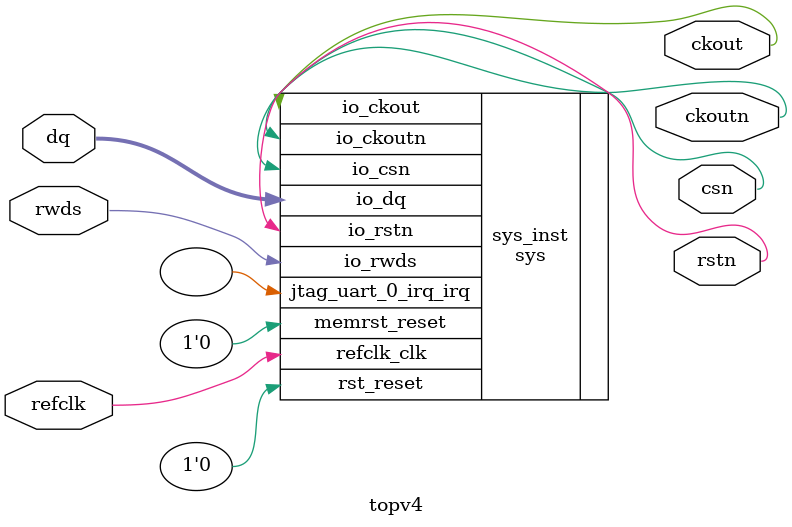
<source format=sv>
module topv4(
    input wire refclk,
    inout wire [7:0] dq,
    inout wire rwds,
    output wire ckout,
    output wire ckoutn,
    output wire csn,
    output wire rstn
);


    sys sys_inst (
		.rst_reset           (1'b0),           //             rst.reset
		.io_dq               (dq),               //              io.dq
		.io_rwds             (rwds),             //                .rwds
		.io_ckout            (ckout),            //                .ckout
		.io_ckoutn           (ckoutn),           //                .ckoutn
		.io_csn              (csn),              //                .csn
		.io_rstn             (rstn),             //                .rstn
		.memrst_reset        (1'b0),        //          memrst.reset
		.refclk_clk          (refclk),          //          refclk.clk
		.jtag_uart_0_irq_irq ()  // jtag_uart_0_irq.irq
	);

    // sys_jamb sys_inst (
	// 	.clk_clk            (refclk),            //          clk.clk
	// 	.reset_reset_n      (1'b1),      //        reset.reset_n
	// 	.memrst_reset       (1'b0),       //       memrst.reset
	// 	.master_reset_reset (), // master_reset.reset
	// 	.io_dq              (dq),              //           io.dq
	// 	.io_rwds            (rwds),            //             .rwds
	// 	.io_ckout           (ckout),           //             .ckout
	// 	.io_ckoutn          (ckoutn),          //             .ckoutn
	// 	.io_csn             (csn),             //             .csn
	// 	.io_rstn            (rstn)             //             .rstn
	// );



endmodule
</source>
